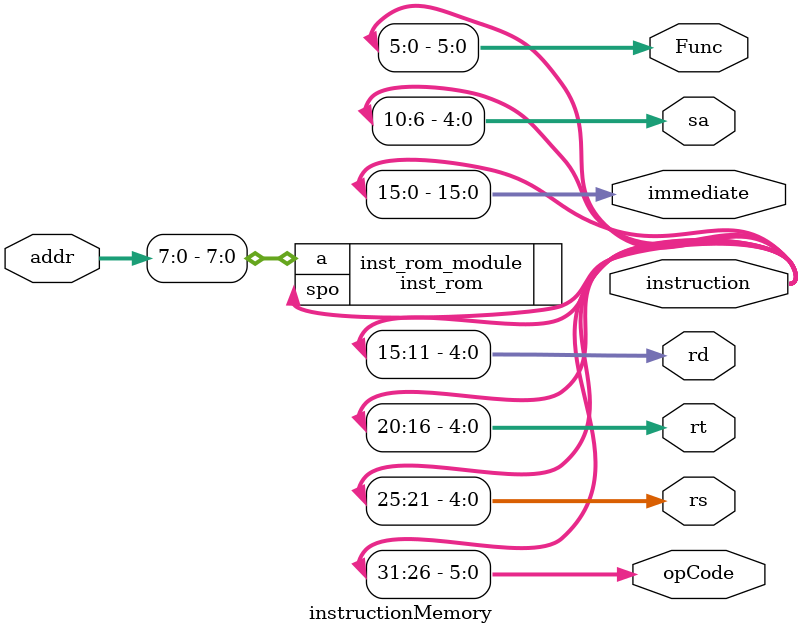
<source format=v>
`timescale 1ns / 1ps


module instructionMemory(
    // ¸ù¾ÝÊý¾ÝÍ¨Â·Í¼¶¨ÒåÊäÈëºÍÊä³ö
    input  [31:0] addr,   
    output [5:0] opCode,   
    output [4:0] rs, rt, rd,  
    output [15:0] immediate,
    output [4:0] sa,
    output [5:0] Func,
    output [31:0] instruction
    );
    inst_rom inst_rom_module(
        .a  (addr[7:0]),
        .spo  (instruction)
    );

    // output  
    assign opCode = instruction[31:26];  
    assign rs = instruction[25:21];  
    assign rt = instruction[20:16];  
    assign rd = instruction[15:11];  
    assign immediate = instruction[15:0];
    assign sa = instruction[10:6];
    assign Func=instruction[5:0];

endmodule
</source>
